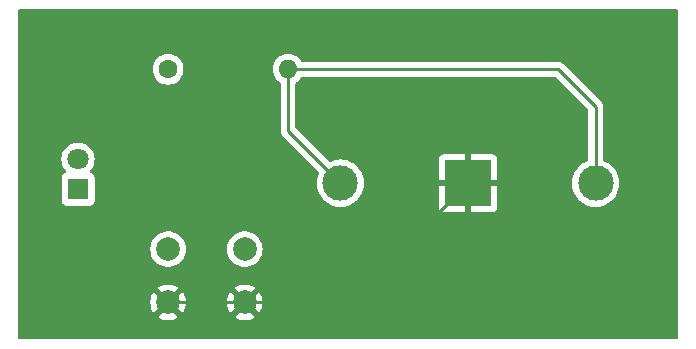
<source format=gbr>
%TF.GenerationSoftware,KiCad,Pcbnew,7.0.8*%
%TF.CreationDate,2023-10-10T10:39:53+02:00*%
%TF.ProjectId,test,74657374-2e6b-4696-9361-645f70636258,rev?*%
%TF.SameCoordinates,Original*%
%TF.FileFunction,Copper,L1,Top*%
%TF.FilePolarity,Positive*%
%FSLAX46Y46*%
G04 Gerber Fmt 4.6, Leading zero omitted, Abs format (unit mm)*
G04 Created by KiCad (PCBNEW 7.0.8) date 2023-10-10 10:39:53*
%MOMM*%
%LPD*%
G01*
G04 APERTURE LIST*
%TA.AperFunction,SMDPad,CuDef*%
%ADD10R,3.960000X3.960000*%
%TD*%
%TA.AperFunction,ComponentPad*%
%ADD11C,3.000000*%
%TD*%
%TA.AperFunction,ComponentPad*%
%ADD12C,2.000000*%
%TD*%
%TA.AperFunction,ComponentPad*%
%ADD13C,1.600000*%
%TD*%
%TA.AperFunction,ComponentPad*%
%ADD14O,1.600000X1.600000*%
%TD*%
%TA.AperFunction,ComponentPad*%
%ADD15R,1.800000X1.800000*%
%TD*%
%TA.AperFunction,ComponentPad*%
%ADD16C,1.800000*%
%TD*%
%TA.AperFunction,Conductor*%
%ADD17C,0.250000*%
%TD*%
G04 APERTURE END LIST*
D10*
%TO.P,BAT1,-*%
%TO.N,Net-(BAT1-PadNeg)*%
X106680000Y-57910999D03*
D11*
%TO.P,BAT1,S+1*%
%TO.N,Net-(BAT1-PadPos)*%
X95880000Y-57910999D03*
%TO.P,BAT1,S+2*%
X117480000Y-57910999D03*
%TD*%
D12*
%TO.P,SW1,1,1*%
%TO.N,Net-(D1-K)*%
X87780000Y-63500000D03*
X81280000Y-63500000D03*
%TO.P,SW1,2,2*%
%TO.N,Net-(BAT1-PadNeg)*%
X87780000Y-68000000D03*
X81280000Y-68000000D03*
%TD*%
D13*
%TO.P,R1,1*%
%TO.N,Net-(D1-A)*%
X81280000Y-48260000D03*
D14*
%TO.P,R1,2*%
%TO.N,Net-(BAT1-PadPos)*%
X91440000Y-48260000D03*
%TD*%
D15*
%TO.P,D1,1,K*%
%TO.N,Net-(D1-K)*%
X73660000Y-58420000D03*
D16*
%TO.P,D1,2,A*%
%TO.N,Net-(D1-A)*%
X73660000Y-55880000D03*
%TD*%
D17*
%TO.N,Net-(BAT1-PadPos)*%
X91440000Y-48260000D02*
X91440000Y-53470999D01*
X91440000Y-53470999D02*
X95880000Y-57910999D01*
X91440000Y-48260000D02*
X114300000Y-48260000D01*
X114300000Y-48260000D02*
X117480000Y-51440000D01*
X117480000Y-51440000D02*
X117480000Y-57910999D01*
%TO.N,Net-(BAT1-PadNeg)*%
X106680000Y-57910999D02*
X96590999Y-68000000D01*
X96590999Y-68000000D02*
X87780000Y-68000000D01*
X81280000Y-68000000D02*
X87780000Y-68000000D01*
%TD*%
%TA.AperFunction,Conductor*%
%TO.N,Net-(BAT1-PadNeg)*%
G36*
X124403039Y-43199685D02*
G01*
X124448794Y-43252489D01*
X124460000Y-43304000D01*
X124460000Y-70996000D01*
X124440315Y-71063039D01*
X124387511Y-71108794D01*
X124336000Y-71120000D01*
X68704000Y-71120000D01*
X68636961Y-71100315D01*
X68591206Y-71047511D01*
X68580000Y-70996000D01*
X68580000Y-68000005D01*
X79774859Y-68000005D01*
X79795385Y-68247729D01*
X79795387Y-68247738D01*
X79856412Y-68488717D01*
X79956266Y-68716364D01*
X80056564Y-68869882D01*
X80754070Y-68172376D01*
X80756884Y-68185915D01*
X80826442Y-68320156D01*
X80929638Y-68430652D01*
X81058819Y-68509209D01*
X81110002Y-68523549D01*
X80409942Y-69223609D01*
X80456768Y-69260055D01*
X80456770Y-69260056D01*
X80675385Y-69378364D01*
X80675396Y-69378369D01*
X80910506Y-69459083D01*
X81155707Y-69500000D01*
X81404293Y-69500000D01*
X81649493Y-69459083D01*
X81884603Y-69378369D01*
X81884614Y-69378364D01*
X82103228Y-69260057D01*
X82103231Y-69260055D01*
X82150056Y-69223609D01*
X81451568Y-68525121D01*
X81568458Y-68474349D01*
X81685739Y-68378934D01*
X81772928Y-68255415D01*
X81803354Y-68169802D01*
X82503434Y-68869882D01*
X82603731Y-68716369D01*
X82703587Y-68488717D01*
X82764612Y-68247738D01*
X82764614Y-68247729D01*
X82785141Y-68000005D01*
X86274859Y-68000005D01*
X86295385Y-68247729D01*
X86295387Y-68247738D01*
X86356412Y-68488717D01*
X86456266Y-68716364D01*
X86556564Y-68869882D01*
X87254070Y-68172376D01*
X87256884Y-68185915D01*
X87326442Y-68320156D01*
X87429638Y-68430652D01*
X87558819Y-68509209D01*
X87610002Y-68523549D01*
X86909942Y-69223609D01*
X86956768Y-69260055D01*
X86956770Y-69260056D01*
X87175385Y-69378364D01*
X87175396Y-69378369D01*
X87410506Y-69459083D01*
X87655707Y-69500000D01*
X87904293Y-69500000D01*
X88149493Y-69459083D01*
X88384603Y-69378369D01*
X88384614Y-69378364D01*
X88603228Y-69260057D01*
X88603231Y-69260055D01*
X88650056Y-69223609D01*
X87951568Y-68525121D01*
X88068458Y-68474349D01*
X88185739Y-68378934D01*
X88272928Y-68255415D01*
X88303354Y-68169802D01*
X89003434Y-68869882D01*
X89103731Y-68716369D01*
X89203587Y-68488717D01*
X89264612Y-68247738D01*
X89264614Y-68247729D01*
X89285141Y-68000005D01*
X89285141Y-67999994D01*
X89264614Y-67752270D01*
X89264612Y-67752261D01*
X89203587Y-67511282D01*
X89103731Y-67283630D01*
X89003434Y-67130116D01*
X88305929Y-67827622D01*
X88303116Y-67814085D01*
X88233558Y-67679844D01*
X88130362Y-67569348D01*
X88001181Y-67490791D01*
X87949997Y-67476450D01*
X88650057Y-66776390D01*
X88650056Y-66776389D01*
X88603229Y-66739943D01*
X88384614Y-66621635D01*
X88384603Y-66621630D01*
X88149493Y-66540916D01*
X87904293Y-66500000D01*
X87655707Y-66500000D01*
X87410506Y-66540916D01*
X87175396Y-66621630D01*
X87175390Y-66621632D01*
X86956761Y-66739949D01*
X86909942Y-66776388D01*
X86909942Y-66776390D01*
X87608431Y-67474878D01*
X87491542Y-67525651D01*
X87374261Y-67621066D01*
X87287072Y-67744585D01*
X87256645Y-67830197D01*
X86556564Y-67130116D01*
X86456267Y-67283632D01*
X86356412Y-67511282D01*
X86295387Y-67752261D01*
X86295385Y-67752270D01*
X86274859Y-67999994D01*
X86274859Y-68000005D01*
X82785141Y-68000005D01*
X82785141Y-67999994D01*
X82764614Y-67752270D01*
X82764612Y-67752261D01*
X82703587Y-67511282D01*
X82603731Y-67283630D01*
X82503434Y-67130116D01*
X81805929Y-67827622D01*
X81803116Y-67814085D01*
X81733558Y-67679844D01*
X81630362Y-67569348D01*
X81501181Y-67490791D01*
X81449997Y-67476450D01*
X82150057Y-66776390D01*
X82150056Y-66776389D01*
X82103229Y-66739943D01*
X81884614Y-66621635D01*
X81884603Y-66621630D01*
X81649493Y-66540916D01*
X81404293Y-66500000D01*
X81155707Y-66500000D01*
X80910506Y-66540916D01*
X80675396Y-66621630D01*
X80675390Y-66621632D01*
X80456761Y-66739949D01*
X80409942Y-66776388D01*
X80409942Y-66776390D01*
X81108431Y-67474878D01*
X80991542Y-67525651D01*
X80874261Y-67621066D01*
X80787072Y-67744585D01*
X80756645Y-67830197D01*
X80056564Y-67130116D01*
X79956267Y-67283632D01*
X79856412Y-67511282D01*
X79795387Y-67752261D01*
X79795385Y-67752270D01*
X79774859Y-67999994D01*
X79774859Y-68000005D01*
X68580000Y-68000005D01*
X68580000Y-63500005D01*
X79774357Y-63500005D01*
X79794890Y-63747812D01*
X79794892Y-63747824D01*
X79855936Y-63988881D01*
X79955826Y-64216606D01*
X80091833Y-64424782D01*
X80091836Y-64424785D01*
X80260256Y-64607738D01*
X80456491Y-64760474D01*
X80675190Y-64878828D01*
X80910386Y-64959571D01*
X81155665Y-65000500D01*
X81404335Y-65000500D01*
X81649614Y-64959571D01*
X81884810Y-64878828D01*
X82103509Y-64760474D01*
X82299744Y-64607738D01*
X82468164Y-64424785D01*
X82604173Y-64216607D01*
X82704063Y-63988881D01*
X82765108Y-63747821D01*
X82785643Y-63500005D01*
X86274357Y-63500005D01*
X86294890Y-63747812D01*
X86294892Y-63747824D01*
X86355936Y-63988881D01*
X86455826Y-64216606D01*
X86591833Y-64424782D01*
X86591836Y-64424785D01*
X86760256Y-64607738D01*
X86956491Y-64760474D01*
X87175190Y-64878828D01*
X87410386Y-64959571D01*
X87655665Y-65000500D01*
X87904335Y-65000500D01*
X88149614Y-64959571D01*
X88384810Y-64878828D01*
X88603509Y-64760474D01*
X88799744Y-64607738D01*
X88968164Y-64424785D01*
X89104173Y-64216607D01*
X89204063Y-63988881D01*
X89265108Y-63747821D01*
X89285643Y-63500000D01*
X89265108Y-63252179D01*
X89204063Y-63011119D01*
X89104173Y-62783393D01*
X88968166Y-62575217D01*
X88946557Y-62551744D01*
X88799744Y-62392262D01*
X88603509Y-62239526D01*
X88603507Y-62239525D01*
X88603506Y-62239524D01*
X88384811Y-62121172D01*
X88384802Y-62121169D01*
X88149616Y-62040429D01*
X87904335Y-61999500D01*
X87655665Y-61999500D01*
X87410383Y-62040429D01*
X87175197Y-62121169D01*
X87175188Y-62121172D01*
X86956493Y-62239524D01*
X86760257Y-62392261D01*
X86591833Y-62575217D01*
X86455826Y-62783393D01*
X86355936Y-63011118D01*
X86294892Y-63252175D01*
X86294890Y-63252187D01*
X86274357Y-63499994D01*
X86274357Y-63500005D01*
X82785643Y-63500005D01*
X82785643Y-63500000D01*
X82765108Y-63252179D01*
X82704063Y-63011119D01*
X82604173Y-62783393D01*
X82468166Y-62575217D01*
X82446557Y-62551744D01*
X82299744Y-62392262D01*
X82103509Y-62239526D01*
X82103507Y-62239525D01*
X82103506Y-62239524D01*
X81884811Y-62121172D01*
X81884802Y-62121169D01*
X81649616Y-62040429D01*
X81404335Y-61999500D01*
X81155665Y-61999500D01*
X80910383Y-62040429D01*
X80675197Y-62121169D01*
X80675188Y-62121172D01*
X80456493Y-62239524D01*
X80260257Y-62392261D01*
X80091833Y-62575217D01*
X79955826Y-62783393D01*
X79855936Y-63011118D01*
X79794892Y-63252175D01*
X79794890Y-63252187D01*
X79774357Y-63499994D01*
X79774357Y-63500005D01*
X68580000Y-63500005D01*
X68580000Y-55880006D01*
X72254700Y-55880006D01*
X72273864Y-56111297D01*
X72273866Y-56111308D01*
X72330842Y-56336300D01*
X72424075Y-56548848D01*
X72551016Y-56743147D01*
X72551019Y-56743151D01*
X72551021Y-56743153D01*
X72645803Y-56846114D01*
X72676724Y-56908767D01*
X72668864Y-56978193D01*
X72624716Y-57032348D01*
X72597906Y-57046277D01*
X72517669Y-57076203D01*
X72517664Y-57076206D01*
X72402455Y-57162452D01*
X72402452Y-57162455D01*
X72316206Y-57277664D01*
X72316202Y-57277671D01*
X72265908Y-57412517D01*
X72259501Y-57472116D01*
X72259501Y-57472123D01*
X72259500Y-57472135D01*
X72259500Y-59367870D01*
X72259501Y-59367876D01*
X72265908Y-59427483D01*
X72316202Y-59562328D01*
X72316206Y-59562335D01*
X72402452Y-59677544D01*
X72402455Y-59677547D01*
X72517664Y-59763793D01*
X72517671Y-59763797D01*
X72652517Y-59814091D01*
X72652516Y-59814091D01*
X72659444Y-59814835D01*
X72712127Y-59820500D01*
X74607872Y-59820499D01*
X74667483Y-59814091D01*
X74802331Y-59763796D01*
X74917546Y-59677546D01*
X75003796Y-59562331D01*
X75054091Y-59427483D01*
X75060500Y-59367873D01*
X75060499Y-57472128D01*
X75054091Y-57412517D01*
X75029267Y-57345961D01*
X75003797Y-57277671D01*
X75003793Y-57277664D01*
X74917547Y-57162455D01*
X74917544Y-57162452D01*
X74802335Y-57076206D01*
X74802328Y-57076202D01*
X74722094Y-57046277D01*
X74666160Y-57004406D01*
X74641743Y-56938941D01*
X74656595Y-56870668D01*
X74674190Y-56846121D01*
X74768979Y-56743153D01*
X74895924Y-56548849D01*
X74989157Y-56336300D01*
X75046134Y-56111305D01*
X75048086Y-56087746D01*
X75065300Y-55880006D01*
X75065300Y-55879993D01*
X75046135Y-55648702D01*
X75046133Y-55648691D01*
X74989157Y-55423699D01*
X74895924Y-55211151D01*
X74768983Y-55016852D01*
X74768980Y-55016849D01*
X74768979Y-55016847D01*
X74611784Y-54846087D01*
X74611779Y-54846083D01*
X74611777Y-54846081D01*
X74428634Y-54703535D01*
X74428628Y-54703531D01*
X74224504Y-54593064D01*
X74224495Y-54593061D01*
X74004984Y-54517702D01*
X73833282Y-54489050D01*
X73776049Y-54479500D01*
X73543951Y-54479500D01*
X73498164Y-54487140D01*
X73315015Y-54517702D01*
X73095504Y-54593061D01*
X73095495Y-54593064D01*
X72891371Y-54703531D01*
X72891365Y-54703535D01*
X72708222Y-54846081D01*
X72708219Y-54846084D01*
X72551016Y-55016852D01*
X72424075Y-55211151D01*
X72330842Y-55423699D01*
X72273866Y-55648691D01*
X72273864Y-55648702D01*
X72254700Y-55879993D01*
X72254700Y-55880006D01*
X68580000Y-55880006D01*
X68580000Y-48260001D01*
X79974532Y-48260001D01*
X79994364Y-48486686D01*
X79994366Y-48486697D01*
X80053258Y-48706488D01*
X80053261Y-48706497D01*
X80149431Y-48912732D01*
X80149432Y-48912734D01*
X80279954Y-49099141D01*
X80440858Y-49260045D01*
X80440861Y-49260047D01*
X80627266Y-49390568D01*
X80833504Y-49486739D01*
X81053308Y-49545635D01*
X81215230Y-49559801D01*
X81279998Y-49565468D01*
X81280000Y-49565468D01*
X81280002Y-49565468D01*
X81336673Y-49560509D01*
X81506692Y-49545635D01*
X81726496Y-49486739D01*
X81932734Y-49390568D01*
X82119139Y-49260047D01*
X82280047Y-49099139D01*
X82410568Y-48912734D01*
X82506739Y-48706496D01*
X82565635Y-48486692D01*
X82585468Y-48260001D01*
X90134532Y-48260001D01*
X90154364Y-48486686D01*
X90154366Y-48486697D01*
X90213258Y-48706488D01*
X90213261Y-48706497D01*
X90309431Y-48912732D01*
X90309432Y-48912734D01*
X90439954Y-49099141D01*
X90600858Y-49260045D01*
X90761623Y-49372613D01*
X90805248Y-49427189D01*
X90814500Y-49474188D01*
X90814500Y-53388254D01*
X90812775Y-53403871D01*
X90813061Y-53403898D01*
X90812326Y-53411664D01*
X90814500Y-53480813D01*
X90814500Y-53510342D01*
X90814501Y-53510359D01*
X90815368Y-53517230D01*
X90815826Y-53523049D01*
X90817290Y-53569623D01*
X90817291Y-53569626D01*
X90822880Y-53588866D01*
X90826824Y-53607910D01*
X90829336Y-53627790D01*
X90846490Y-53671118D01*
X90848382Y-53676646D01*
X90861381Y-53721387D01*
X90871580Y-53738633D01*
X90880138Y-53756102D01*
X90887514Y-53774731D01*
X90914898Y-53812422D01*
X90918106Y-53817306D01*
X90941827Y-53857415D01*
X90941833Y-53857423D01*
X90955990Y-53871579D01*
X90968628Y-53886375D01*
X90980405Y-53902585D01*
X90980406Y-53902586D01*
X91016309Y-53932287D01*
X91020620Y-53936209D01*
X92572055Y-55487644D01*
X94028246Y-56943835D01*
X94061731Y-57005158D01*
X94056747Y-57074849D01*
X93955629Y-57345959D01*
X93894804Y-57625565D01*
X93874390Y-57910997D01*
X93874390Y-57911000D01*
X93894804Y-58196432D01*
X93955628Y-58476036D01*
X94055635Y-58744165D01*
X94192770Y-58995308D01*
X94192775Y-58995316D01*
X94364254Y-59224386D01*
X94364270Y-59224404D01*
X94566594Y-59426728D01*
X94566612Y-59426744D01*
X94795682Y-59598223D01*
X94795690Y-59598228D01*
X95046833Y-59735363D01*
X95046832Y-59735363D01*
X95046836Y-59735364D01*
X95046839Y-59735366D01*
X95314954Y-59835368D01*
X95314960Y-59835369D01*
X95314962Y-59835370D01*
X95594566Y-59896194D01*
X95594568Y-59896194D01*
X95594572Y-59896195D01*
X95848220Y-59914336D01*
X95879999Y-59916609D01*
X95880000Y-59916609D01*
X95880001Y-59916609D01*
X95908595Y-59914563D01*
X96165428Y-59896195D01*
X96445046Y-59835368D01*
X96713161Y-59735366D01*
X96964315Y-59598225D01*
X97193395Y-59426738D01*
X97395739Y-59224394D01*
X97567226Y-58995314D01*
X97704367Y-58744160D01*
X97804369Y-58476045D01*
X97865196Y-58196427D01*
X97867730Y-58160999D01*
X104200000Y-58160999D01*
X104200000Y-59938843D01*
X104206401Y-59998371D01*
X104206403Y-59998378D01*
X104256645Y-60133085D01*
X104256649Y-60133092D01*
X104342809Y-60248186D01*
X104342812Y-60248189D01*
X104457906Y-60334349D01*
X104457913Y-60334353D01*
X104592620Y-60384595D01*
X104592627Y-60384597D01*
X104652155Y-60390998D01*
X104652172Y-60390999D01*
X106430000Y-60390999D01*
X106430000Y-58160999D01*
X106930000Y-58160999D01*
X106930000Y-60390999D01*
X108707828Y-60390999D01*
X108707844Y-60390998D01*
X108767372Y-60384597D01*
X108767379Y-60384595D01*
X108902086Y-60334353D01*
X108902093Y-60334349D01*
X109017187Y-60248189D01*
X109017190Y-60248186D01*
X109103350Y-60133092D01*
X109103354Y-60133085D01*
X109153596Y-59998378D01*
X109153598Y-59998371D01*
X109159999Y-59938843D01*
X109160000Y-59938826D01*
X109160000Y-58160999D01*
X106930000Y-58160999D01*
X106430000Y-58160999D01*
X104200000Y-58160999D01*
X97867730Y-58160999D01*
X97885610Y-57910999D01*
X97867730Y-57660999D01*
X104200000Y-57660999D01*
X106430000Y-57660999D01*
X106430000Y-55430999D01*
X106930000Y-55430999D01*
X106930000Y-57660999D01*
X109160000Y-57660999D01*
X109160000Y-55883171D01*
X109159999Y-55883154D01*
X109153598Y-55823626D01*
X109153596Y-55823619D01*
X109103354Y-55688912D01*
X109103350Y-55688905D01*
X109017190Y-55573811D01*
X109017187Y-55573808D01*
X108902093Y-55487648D01*
X108902086Y-55487644D01*
X108767379Y-55437402D01*
X108767372Y-55437400D01*
X108707844Y-55430999D01*
X106930000Y-55430999D01*
X106430000Y-55430999D01*
X104652155Y-55430999D01*
X104592627Y-55437400D01*
X104592620Y-55437402D01*
X104457913Y-55487644D01*
X104457906Y-55487648D01*
X104342812Y-55573808D01*
X104342809Y-55573811D01*
X104256649Y-55688905D01*
X104256645Y-55688912D01*
X104206403Y-55823619D01*
X104206401Y-55823626D01*
X104200000Y-55883154D01*
X104200000Y-57660999D01*
X97867730Y-57660999D01*
X97865196Y-57625571D01*
X97831816Y-57472127D01*
X97804371Y-57345961D01*
X97804370Y-57345959D01*
X97804369Y-57345953D01*
X97704367Y-57077838D01*
X97687133Y-57046277D01*
X97567229Y-56826689D01*
X97567224Y-56826681D01*
X97395745Y-56597611D01*
X97395729Y-56597593D01*
X97193405Y-56395269D01*
X97193387Y-56395253D01*
X96964317Y-56223774D01*
X96964309Y-56223769D01*
X96713166Y-56086634D01*
X96713167Y-56086634D01*
X96605915Y-56046631D01*
X96445046Y-55986630D01*
X96445043Y-55986629D01*
X96445037Y-55986627D01*
X96165433Y-55925803D01*
X95880001Y-55905389D01*
X95879999Y-55905389D01*
X95594566Y-55925803D01*
X95314960Y-55986628D01*
X95314955Y-55986629D01*
X95314954Y-55986630D01*
X95254501Y-56009178D01*
X95043851Y-56087746D01*
X94974160Y-56092730D01*
X94912837Y-56059245D01*
X92101819Y-53248227D01*
X92068334Y-53186904D01*
X92065500Y-53160546D01*
X92065500Y-49474188D01*
X92085185Y-49407149D01*
X92118377Y-49372613D01*
X92166836Y-49338681D01*
X92279139Y-49260047D01*
X92440047Y-49099139D01*
X92552613Y-48938377D01*
X92607189Y-48894752D01*
X92654188Y-48885500D01*
X113989548Y-48885500D01*
X114056587Y-48905185D01*
X114077229Y-48921819D01*
X116818181Y-51662771D01*
X116851666Y-51724094D01*
X116854500Y-51750452D01*
X116854500Y-55923083D01*
X116834815Y-55990122D01*
X116782011Y-56035877D01*
X116773834Y-56039265D01*
X116646833Y-56086634D01*
X116395690Y-56223769D01*
X116395682Y-56223774D01*
X116166612Y-56395253D01*
X116166594Y-56395269D01*
X115964270Y-56597593D01*
X115964254Y-56597611D01*
X115792775Y-56826681D01*
X115792770Y-56826689D01*
X115655635Y-57077832D01*
X115555628Y-57345961D01*
X115494804Y-57625565D01*
X115474390Y-57910997D01*
X115474390Y-57911000D01*
X115494804Y-58196432D01*
X115555628Y-58476036D01*
X115655635Y-58744165D01*
X115792770Y-58995308D01*
X115792775Y-58995316D01*
X115964254Y-59224386D01*
X115964270Y-59224404D01*
X116166594Y-59426728D01*
X116166612Y-59426744D01*
X116395682Y-59598223D01*
X116395690Y-59598228D01*
X116646833Y-59735363D01*
X116646832Y-59735363D01*
X116646836Y-59735364D01*
X116646839Y-59735366D01*
X116914954Y-59835368D01*
X116914960Y-59835369D01*
X116914962Y-59835370D01*
X117194566Y-59896194D01*
X117194568Y-59896194D01*
X117194572Y-59896195D01*
X117448220Y-59914336D01*
X117479999Y-59916609D01*
X117480000Y-59916609D01*
X117480001Y-59916609D01*
X117508595Y-59914563D01*
X117765428Y-59896195D01*
X118045046Y-59835368D01*
X118313161Y-59735366D01*
X118564315Y-59598225D01*
X118793395Y-59426738D01*
X118995739Y-59224394D01*
X119167226Y-58995314D01*
X119304367Y-58744160D01*
X119404369Y-58476045D01*
X119465196Y-58196427D01*
X119485610Y-57910999D01*
X119465196Y-57625571D01*
X119431816Y-57472127D01*
X119404371Y-57345961D01*
X119404370Y-57345959D01*
X119404369Y-57345953D01*
X119304367Y-57077838D01*
X119287133Y-57046277D01*
X119167229Y-56826689D01*
X119167224Y-56826681D01*
X118995745Y-56597611D01*
X118995729Y-56597593D01*
X118793405Y-56395269D01*
X118793387Y-56395253D01*
X118564317Y-56223774D01*
X118564309Y-56223769D01*
X118313166Y-56086634D01*
X118186166Y-56039265D01*
X118130232Y-55997393D01*
X118105816Y-55931928D01*
X118105500Y-55923083D01*
X118105500Y-51522738D01*
X118107224Y-51507124D01*
X118106938Y-51507097D01*
X118107672Y-51499334D01*
X118105500Y-51430203D01*
X118105500Y-51400651D01*
X118105500Y-51400650D01*
X118104629Y-51393759D01*
X118104172Y-51387945D01*
X118102709Y-51341372D01*
X118097122Y-51322144D01*
X118093174Y-51303084D01*
X118090664Y-51283208D01*
X118073507Y-51239875D01*
X118071619Y-51234359D01*
X118058619Y-51189612D01*
X118048418Y-51172363D01*
X118039860Y-51154894D01*
X118032486Y-51136268D01*
X118032483Y-51136264D01*
X118032483Y-51136263D01*
X118005098Y-51098571D01*
X118001890Y-51093687D01*
X117978172Y-51053582D01*
X117978163Y-51053571D01*
X117964005Y-51039413D01*
X117951370Y-51024620D01*
X117939593Y-51008412D01*
X117903693Y-50978713D01*
X117899381Y-50974790D01*
X114800803Y-47876212D01*
X114790980Y-47863950D01*
X114790759Y-47864134D01*
X114785786Y-47858123D01*
X114735364Y-47810773D01*
X114724919Y-47800328D01*
X114714475Y-47789883D01*
X114708986Y-47785625D01*
X114704561Y-47781847D01*
X114670582Y-47749938D01*
X114670580Y-47749936D01*
X114670577Y-47749935D01*
X114653029Y-47740288D01*
X114636763Y-47729604D01*
X114620933Y-47717325D01*
X114578168Y-47698818D01*
X114572922Y-47696248D01*
X114532093Y-47673803D01*
X114532092Y-47673802D01*
X114512693Y-47668822D01*
X114494281Y-47662518D01*
X114475898Y-47654562D01*
X114475892Y-47654560D01*
X114429874Y-47647272D01*
X114424152Y-47646087D01*
X114379021Y-47634500D01*
X114379019Y-47634500D01*
X114358984Y-47634500D01*
X114339586Y-47632973D01*
X114332162Y-47631797D01*
X114319805Y-47629840D01*
X114319804Y-47629840D01*
X114273416Y-47634225D01*
X114267578Y-47634500D01*
X92654188Y-47634500D01*
X92587149Y-47614815D01*
X92552613Y-47581623D01*
X92440045Y-47420858D01*
X92279141Y-47259954D01*
X92092734Y-47129432D01*
X92092732Y-47129431D01*
X91886497Y-47033261D01*
X91886488Y-47033258D01*
X91666697Y-46974366D01*
X91666693Y-46974365D01*
X91666692Y-46974365D01*
X91666691Y-46974364D01*
X91666686Y-46974364D01*
X91440002Y-46954532D01*
X91439998Y-46954532D01*
X91213313Y-46974364D01*
X91213302Y-46974366D01*
X90993511Y-47033258D01*
X90993502Y-47033261D01*
X90787267Y-47129431D01*
X90787265Y-47129432D01*
X90600858Y-47259954D01*
X90439954Y-47420858D01*
X90309432Y-47607265D01*
X90309431Y-47607267D01*
X90213261Y-47813502D01*
X90213258Y-47813511D01*
X90154366Y-48033302D01*
X90154364Y-48033313D01*
X90134532Y-48259998D01*
X90134532Y-48260001D01*
X82585468Y-48260001D01*
X82585468Y-48260000D01*
X82565635Y-48033308D01*
X82506739Y-47813504D01*
X82410568Y-47607266D01*
X82280047Y-47420861D01*
X82280045Y-47420858D01*
X82119141Y-47259954D01*
X81932734Y-47129432D01*
X81932732Y-47129431D01*
X81726497Y-47033261D01*
X81726488Y-47033258D01*
X81506697Y-46974366D01*
X81506693Y-46974365D01*
X81506692Y-46974365D01*
X81506691Y-46974364D01*
X81506686Y-46974364D01*
X81280002Y-46954532D01*
X81279998Y-46954532D01*
X81053313Y-46974364D01*
X81053302Y-46974366D01*
X80833511Y-47033258D01*
X80833502Y-47033261D01*
X80627267Y-47129431D01*
X80627265Y-47129432D01*
X80440858Y-47259954D01*
X80279954Y-47420858D01*
X80149432Y-47607265D01*
X80149431Y-47607267D01*
X80053261Y-47813502D01*
X80053258Y-47813511D01*
X79994366Y-48033302D01*
X79994364Y-48033313D01*
X79974532Y-48259998D01*
X79974532Y-48260001D01*
X68580000Y-48260001D01*
X68580000Y-43304000D01*
X68599685Y-43236961D01*
X68652489Y-43191206D01*
X68704000Y-43180000D01*
X124336000Y-43180000D01*
X124403039Y-43199685D01*
G37*
%TD.AperFunction*%
%TD*%
M02*

</source>
